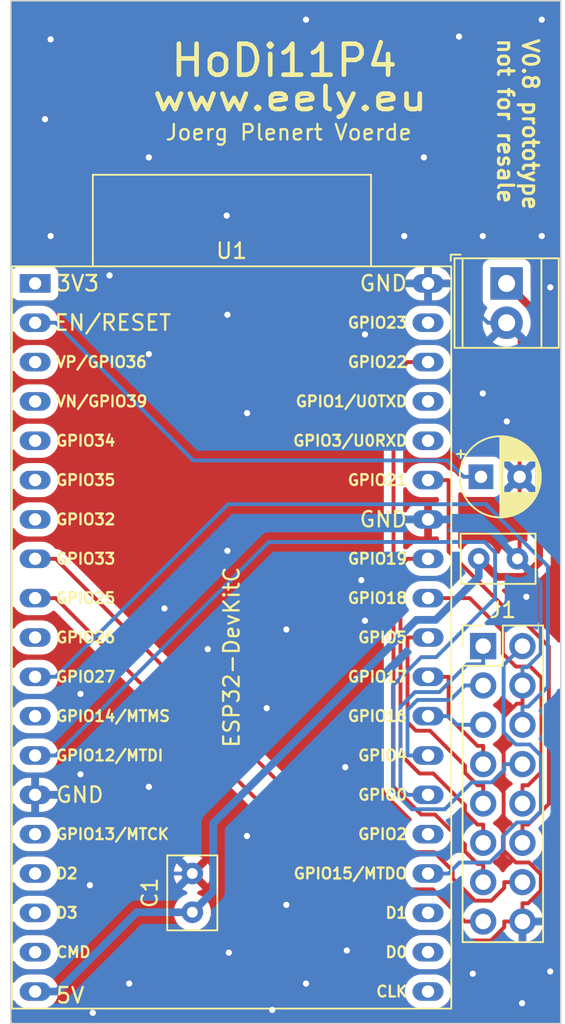
<source format=kicad_pcb>
(kicad_pcb (version 20221018) (generator pcbnew)
  (layers (0 "F.Cu" signal) (31 "B.Cu" signal) (34 "B.Paste" user) (35 "F.Paste" user) (36 "B.SilkS" user "B.Silkscreen") (37 "F.SilkS" user "F.Silkscreen") (38 "B.Mask" user) (39 "F.Mask" user) (44 "Edge.Cuts" user))
  (net 0 "")
  (net 1 "GND")
  (net 2 "+5V")
  (net 20 "/D_R0")
  (net 22 "/D_OE")
  (net 23 "/D_STB")
  (net 24 "/D_CLK")
  (net 25 "/D_D")
  (net 26 "/D_C")
  (net 27 "/D_B")
  (net 28 "/D_A")
  (net 29 "/D_E")
  (net 30 "/D_B1")
  (net 31 "/D_G1")
  (net 32 "/D_R1")
  (net 33 "/D_B0")
  (net 34 "/D_G0")
  (net 35 "/LIGHT")
  (net 36 "Net-(U1-CHIP_PU)")
  (footprint "TerminalBlock_TE-Connectivity:TerminalBlock_TE_282834-2_1x02_P2.54mm_Horizontal" (layer "F.Cu") (at 52.3399 43.6961 -90)
    (fp_text reference "J3" hide)
    (fp_text value "Display Pwr" hide)
    (fp_line (start -1.86 2.97) (end -1.86 3.61) (stroke (width 0.12)) (layer "F.SilkS"))
    (fp_line (start -1.86 3.61) (end -1.46 3.61) (stroke (width 0.12)) (layer "F.SilkS"))
    (fp_line (start -1.62 -3.37) (end -1.62 3.37) (stroke (width 0.12)) (layer "F.SilkS"))
    (fp_line (start -1.62 -3.37) (end 4.16 -3.37) (stroke (width 0.12)) (layer "F.SilkS"))
    (fp_line (start -1.62 -2.25) (end 4.16 -2.25) (stroke (width 0.12)) (layer "F.SilkS"))
    (fp_line (start -1.62 2.85) (end 4.16 2.85) (stroke (width 0.12)) (layer "F.SilkS"))
    (fp_line (start -1.62 3.37) (end 4.16 3.37) (stroke (width 0.12)) (layer "F.SilkS"))
    (fp_line (start 4.16 -3.37) (end 4.16 3.37) (stroke (width 0.12)) (layer "F.SilkS"))
    (pad "1" thru_hole rect (at 0 0 270) (size 2.1 2.1) (drill 1.1) (layers "*.Cu" "*.Mask") (net 2 "+5V"))
    (pad "2" thru_hole circle (at 2.54 0 270) (size 2.1 2.1) (drill 1.1) (layers "*.Cu" "*.Mask") (net 1 "GND"))
  )
  (footprint "PCM_Espressif:ESP32-DevKitC" (layer "F.Cu") (at 21.8599 43.6961)
    (fp_text reference "U1" (at 12.7 -2.1) (layer "F.SilkS"))
    (fp_text value "ESP32-DevKitC" (at 12.7 24.13 90) (layer "F.SilkS"))
    (fp_text user "D3" (at 1.27 40.64 unlocked) (layer "F.SilkS") (effects (font (size 0.7 0.7)) (justify left)))
    (fp_text user "GPIO23" (at 24.13 2.54 unlocked) (layer "F.SilkS") (effects (font (size 0.7 0.7)) (justify right)))
    (fp_text user "GPIO21" (at 24.13 12.7 unlocked) (layer "F.SilkS") (effects (font (size 0.7 0.7)) (justify right)))
    (fp_text user "GPIO3/U0RXD" (at 24.13 10.16 unlocked) (layer "F.SilkS") (effects (font (size 0.7 0.7)) (justify right)))
    (fp_text user "GPIO5" (at 24.13 22.86 unlocked) (layer "F.SilkS") (effects (font (size 0.7 0.7)) (justify right)))
    (fp_text user "GND" (at 24.13 15.24 unlocked) (layer "F.SilkS") (effects (justify right)))
    (fp_text user "VN/GPIO39" (at 1.27 7.62 unlocked) (layer "F.SilkS") (effects (font (size 0.7 0.7)) (justify left)))
    (fp_text user "GPIO16" (at 24.13 27.94 unlocked) (layer "F.SilkS") (effects (font (size 0.7 0.7)) (justify right)))
    (fp_text user "GPIO19" (at 24.13 17.78 unlocked) (layer "F.SilkS") (effects (font (size 0.7 0.7)) (justify right)))
    (fp_text user "GPIO33" (at 1.27 17.78 unlocked) (layer "F.SilkS") (effects (font (size 0.7 0.7)) (justify left)))
    (fp_text user "GPIO34" (at 1.27 10.16 unlocked) (layer "F.SilkS") (effects (font (size 0.7 0.7)) (justify left)))
    (fp_text user "GND" (at 1.27 33.02 unlocked) (layer "F.SilkS") (effects (justify left)))
    (fp_text user "GND" (at 24.13 0 unlocked) (layer "F.SilkS") (effects (justify right)))
    (fp_text user "GPIO0" (at 24.13 33.02 unlocked) (layer "F.SilkS") (effects (font (size 0.7 0.7)) (justify right)))
    (fp_text user "GPIO25" (at 1.27 20.32 unlocked) (layer "F.SilkS") (effects (font (size 0.7 0.7)) (justify left)))
    (fp_text user "GPIO17" (at 24.13 25.4 unlocked) (layer "F.SilkS") (effects (font (size 0.7 0.7)) (justify right)))
    (fp_text user "GPIO14/MTMS" (at 1.27 27.94 unlocked) (layer "F.SilkS") (effects (font (size 0.7 0.7)) (justify left)))
    (fp_text user "GPIO13/MTCK" (at 1.27 35.56 unlocked) (layer "F.SilkS") (effects (font (size 0.7 0.7)) (justify left)))
    (fp_text user "CLK" (at 24.13 45.72 unlocked) (layer "F.SilkS") (effects (font (size 0.7 0.7)) (justify right)))
    (fp_text user "GPIO32" (at 1.27 15.24 unlocked) (layer "F.SilkS") (effects (font (size 0.7 0.7)) (justify left)))
    (fp_text user "GPIO22" (at 24.13 5.08 unlocked) (layer "F.SilkS") (effects (font (size 0.7 0.7)) (justify right)))
    (fp_text user "GPIO12/MTDI" (at 1.27 30.48 unlocked) (layer "F.SilkS") (effects (font (size 0.7 0.7)) (justify left)))
    (fp_text user "GPIO2" (at 24.13 35.56 unlocked) (layer "F.SilkS") (effects (font (size 0.7 0.7)) (justify right)))
    (fp_text user "5V" (at 1.26632 45.97128 unlocked) (layer "F.SilkS") (effects (justify left)))
    (fp_text user "EN/RESET" (at 8.88632 2.53728 unlocked) (layer "F.SilkS") (effects (justify right)))
    (fp_text user "VP/GPIO36" (at 1.27 5.08 unlocked) (layer "F.SilkS") (effects (font (size 0.7 0.7)) (justify left)))
    (fp_text user "GPIO1/U0TXD" (at 24.13 7.62 unlocked) (layer "F.SilkS") (effects (font (size 0.7 0.7)) (justify right)))
    (fp_text user "D2" (at 1.27 38.1 unlocked) (layer "F.SilkS") (effects (font (size 0.7 0.7)) (justify left)))
    (fp_text user "GPIO4" (at 24.13 30.48 unlocked) (layer "F.SilkS") (effects (font (size 0.7 0.7)) (justify right)))
    (fp_text user "GPIO27" (at 1.27 25.4 unlocked) (layer "F.SilkS") (effects (font (size 0.7 0.7)) (justify left)))
    (fp_text user "GPIO26" (at 1.27 22.86 unlocked) (layer "F.SilkS") (effects (font (size 0.7 0.7)) (justify left)))
    (fp_text user "GPIO35" (at 1.27 12.7 unlocked) (layer "F.SilkS") (effects (font (size 0.7 0.7)) (justify left)))
    (fp_text user "GPIO15/MTDO" (at 24.13 38.1 unlocked) (layer "F.SilkS") (effects (font (size 0.7 0.7)) (justify right)))
    (fp_text user "D1" (at 24.13 40.64 unlocked) (layer "F.SilkS") (effects (font (size 0.7 0.7)) (justify right)))
    (fp_text user "3V3" (at 1.27 0 unlocked) (layer "F.SilkS") (effects (justify left)))
    (fp_text user "D0" (at 24.13 43.18 unlocked) (layer "F.SilkS") (effects (font (size 0.7 0.7)) (justify right)))
    (fp_text user "GPIO18" (at 24.13 20.32 unlocked) (layer "F.SilkS") (effects (font (size 0.7 0.7)) (justify right)))
    (fp_text user "CMD" (at 1.27 43.18 unlocked) (layer "F.SilkS") (effects (font (size 0.7 0.7)) (justify left)))
    (fp_line (start -1.5 46.82) (end 26.899999 46.82) (stroke (width 0.12)) (layer "F.SilkS"))
    (fp_line (start -1.499999 -1.1) (end -1.5 46.82) (stroke (width 0.12)) (layer "F.SilkS"))
    (fp_line (start 3.73012 -7.01312) (end 21.71332 -7.01312) (stroke (width 0.12)) (layer "F.SilkS"))
    (fp_line (start 3.73012 -1.12032) (end 3.73012 -7.01312) (stroke (width 0.12)) (layer "F.SilkS"))
    (fp_line (start 21.71332 -7.01312) (end 21.71332 -1.12032) (stroke (width 0.12)) (layer "F.SilkS"))
    (fp_line (start 26.899999 46.82) (end 26.9 -1.1) (stroke (width 0.12)) (layer "F.SilkS"))
    (fp_line (start 26.9 -1.1) (end -1.499999 -1.1) (stroke (width 0.12)) (layer "F.SilkS"))
    (pad "1" thru_hole rect (at 0 0 270) (size 1.2 2) (drill 0.8) (layers "*.Cu" "*.Mask"))
    (pad "2" thru_hole oval (at 0 2.54 270) (size 1.2 2) (drill 0.8) (layers "*.Cu" "*.Mask") (net 36 "Net-(U1-CHIP_PU)"))
    (pad "3" thru_hole oval (at 0 5.08 270) (size 1.2 2) (drill 0.8) (layers "*.Cu" "*.Mask"))
    (pad "4" thru_hole oval (at 0 7.62 270) (size 1.2 2) (drill 0.8) (layers "*.Cu" "*.Mask"))
    (pad "5" thru_hole oval (at 0 10.16 270) (size 1.2 2) (drill 0.8) (layers "*.Cu" "*.Mask"))
    (pad "6" thru_hole oval (at 0 12.7 270) (size 1.2 2) (drill 0.8) (layers "*.Cu" "*.Mask"))
    (pad "7" thru_hole oval (at 0 15.24 270) (size 1.2 2) (drill 0.8) (layers "*.Cu" "*.Mask"))
    (pad "8" thru_hole oval (at 0 17.78 270) (size 1.2 2) (drill 0.8) (layers "*.Cu" "*.Mask") (net 23 "/D_STB"))
    (pad "9" thru_hole oval (at 0 20.32 270) (size 1.2 2) (drill 0.8) (layers "*.Cu" "*.Mask") (net 22 "/D_OE"))
    (pad "10" thru_hole oval (at 0 22.86 270) (size 1.2 2) (drill 0.8) (layers "*.Cu" "*.Mask"))
    (pad "11" thru_hole oval (at 0 25.4 270) (size 1.2 2) (drill 0.8) (layers "*.Cu" "*.Mask") (net 31 "/D_G1"))
    (pad "12" thru_hole oval (at 0 27.94 270) (size 1.2 2) (drill 0.8) (layers "*.Cu" "*.Mask"))
    (pad "13" thru_hole oval (at 0 30.48 270) (size 1.2 2) (drill 0.8) (layers "*.Cu" "*.Mask") (net 29 "/D_E"))
    (pad "14" thru_hole oval (at 0 33.02 270) (size 1.2 2) (drill 0.8) (layers "*.Cu" "*.Mask") (net 1 "GND"))
    (pad "15" thru_hole oval (at 0 35.56 270) (size 1.2 2) (drill 0.8) (layers "*.Cu" "*.Mask") (net 35 "/LIGHT"))
    (pad "16" thru_hole oval (at 0 38.1 270) (size 1.2 2) (drill 0.8) (layers "*.Cu" "*.Mask"))
    (pad "17" thru_hole oval (at 0 40.64 270) (size 1.2 2) (drill 0.8) (layers "*.Cu" "*.Mask"))
    (pad "18" thru_hole oval (at 0 43.18 270) (size 1.2 2) (drill 0.8) (layers "*.Cu" "*.Mask"))
    (pad "19" thru_hole oval (at 0 45.72 270) (size 1.2 2) (drill 0.8) (layers "*.Cu" "*.Mask") (net 2 "+5V"))
    (pad "20" thru_hole oval (at 25.39632 45.71728 270) (size 1.2 2) (drill 0.8) (layers "*.Cu" "*.Mask"))
    (pad "21" thru_hole oval (at 25.39632 43.17728 270) (size 1.2 2) (drill 0.8) (layers "*.Cu" "*.Mask"))
    (pad "22" thru_hole oval (at 25.4 40.64 270) (size 1.2 2) (drill 0.8) (layers "*.Cu" "*.Mask"))
    (pad "23" thru_hole oval (at 25.4 38.1 270) (size 1.2 2) (drill 0.8) (layers "*.Cu" "*.Mask") (net 34 "/D_G0"))
    (pad "24" thru_hole oval (at 25.4 35.56 270) (size 1.2 2) (drill 0.8) (layers "*.Cu" "*.Mask"))
    (pad "25" thru_hole oval (at 25.4 33.02 270) (size 1.2 2) (drill 0.8) (layers "*.Cu" "*.Mask") (net 20 "/D_R0"))
    (pad "26" thru_hole oval (at 25.4 30.48 270) (size 1.2 2) (drill 0.8) (layers "*.Cu" "*.Mask") (net 33 "/D_B0"))
    (pad "27" thru_hole oval (at 25.4 27.94 270) (size 1.2 2) (drill 0.8) (layers "*.Cu" "*.Mask") (net 32 "/D_R1"))
    (pad "28" thru_hole oval (at 25.4 25.4 270) (size 1.2 2) (drill 0.8) (layers "*.Cu" "*.Mask") (net 30 "/D_B1"))
    (pad "29" thru_hole oval (at 25.4 22.86 270) (size 1.2 2) (drill 0.8) (layers "*.Cu" "*.Mask") (net 28 "/D_A"))
    (pad "30" thru_hole oval (at 25.4 20.32 270) (size 1.2 2) (drill 0.8) (layers "*.Cu" "*.Mask") (net 27 "/D_B"))
    (pad "31" thru_hole oval (at 25.4 17.78 270) (size 1.2 2) (drill 0.8) (layers "*.Cu" "*.Mask") (net 26 "/D_C"))
    (pad "32" thru_hole oval (at 25.4 15.24 270) (size 1.2 2) (drill 0.8) (layers "*.Cu" "*.Mask") (net 1 "GND"))
    (pad "33" thru_hole oval (at 25.4 12.7 270) (size 1.2 2) (drill 0.8) (layers "*.Cu" "*.Mask") (net 25 "/D_D"))
    (pad "34" thru_hole oval (at 25.4 10.16 270) (size 1.2 2) (drill 0.8) (layers "*.Cu" "*.Mask"))
    (pad "35" thru_hole oval (at 25.4 7.62 270) (size 1.2 2) (drill 0.8) (layers "*.Cu" "*.Mask"))
    (pad "36" thru_hole oval (at 25.4 5.08 270) (size 1.2 2) (drill 0.8) (layers "*.Cu" "*.Mask") (net 24 "/D_CLK"))
    (pad "37" thru_hole oval (at 25.4 2.54 270) (size 1.2 2) (drill 0.8) (layers "*.Cu" "*.Mask"))
    (pad "38" thru_hole oval (at 25.4 0 270) (size 1.2 2) (drill 0.8) (layers "*.Cu" "*.Mask") (net 1 "GND"))
  )
  (footprint "Capacitor_THT:C_Rect_L4.6mm_W3.0mm_P2.50mm_MKS02_FKP02" (layer "F.Cu") (at 32.0199 84.2961 90)
    (fp_text reference "C1" (at 1.25 -2.75 90) (layer "F.SilkS"))
    (fp_text value "~")
    (fp_line (start -1.17 -1.62) (end -1.17 1.62) (stroke (width 0.12)) (layer "F.SilkS"))
    (fp_line (start -1.17 -1.62) (end 3.67 -1.62) (stroke (width 0.12)) (layer "F.SilkS"))
    (fp_line (start -1.17 1.62) (end 3.67 1.62) (stroke (width 0.12)) (layer "F.SilkS"))
    (fp_line (start 3.67 -1.62) (end 3.67 1.62) (stroke (width 0.12)) (layer "F.SilkS"))
    (pad "1" thru_hole circle (at 0 0 90) (size 1.4 1.4) (drill 0.7) (layers "*.Cu" "*.Mask") (net 2 "+5V"))
    (pad "2" thru_hole circle (at 2.5 0 90) (size 1.4 1.4) (drill 0.7) (layers "*.Cu" "*.Mask") (net 1 "GND"))
  )
  (footprint "Capacitor_THT:CP_Radial_D5.0mm_P2.50mm" (layer "F.Cu") (at 50.6807 56.1827)
    (fp_text reference "C3" hide)
    (fp_text value "~")
    (fp_line (start -1.554775 -1.475) (end -1.054775 -1.475) (stroke (width 0.12)) (layer "F.SilkS"))
    (fp_line (start -1.304775 -1.725) (end -1.304775 -1.225) (stroke (width 0.12)) (layer "F.SilkS"))
    (fp_line (start 1.25 -2.58) (end 1.25 2.58) (stroke (width 0.12)) (layer "F.SilkS"))
    (fp_line (start 1.29 -2.58) (end 1.29 2.58) (stroke (width 0.12)) (layer "F.SilkS"))
    (fp_line (start 1.33 -2.579) (end 1.33 2.579) (stroke (width 0.12)) (layer "F.SilkS"))
    (fp_line (start 1.37 -2.578) (end 1.37 2.578) (stroke (width 0.12)) (layer "F.SilkS"))
    (fp_line (start 1.41 -2.576) (end 1.41 2.576) (stroke (width 0.12)) (layer "F.SilkS"))
    (fp_line (start 1.45 -2.573) (end 1.45 2.573) (stroke (width 0.12)) (layer "F.SilkS"))
    (fp_line (start 1.49 -2.569) (end 1.49 -1.04) (stroke (width 0.12)) (layer "F.SilkS"))
    (fp_line (start 1.49 1.04) (end 1.49 2.569) (stroke (width 0.12)) (layer "F.SilkS"))
    (fp_line (start 1.53 -2.565) (end 1.53 -1.04) (stroke (width 0.12)) (layer "F.SilkS"))
    (fp_line (start 1.53 1.04) (end 1.53 2.565) (stroke (width 0.12)) (layer "F.SilkS"))
    (fp_line (start 1.57 -2.561) (end 1.57 -1.04) (stroke (width 0.12)) (layer "F.SilkS"))
    (fp_line (start 1.57 1.04) (end 1.57 2.561) (stroke (width 0.12)) (layer "F.SilkS"))
    (fp_line (start 1.61 -2.556) (end 1.61 -1.04) (stroke (width 0.12)) (layer "F.SilkS"))
    (fp_line (start 1.61 1.04) (end 1.61 2.556) (stroke (width 0.12)) (layer "F.SilkS"))
    (fp_line (start 1.65 -2.55) (end 1.65 -1.04) (stroke (width 0.12)) (layer "F.SilkS"))
    (fp_line (start 1.65 1.04) (end 1.65 2.55) (stroke (width 0.12)) (layer "F.SilkS"))
    (fp_line (start 1.69 -2.543) (end 1.69 -1.04) (stroke (width 0.12)) (layer "F.SilkS"))
    (fp_line (start 1.69 1.04) (end 1.69 2.543) (stroke (width 0.12)) (layer "F.SilkS"))
    (fp_line (start 1.73 -2.536) (end 1.73 -1.04) (stroke (width 0.12)) (layer "F.SilkS"))
    (fp_line (start 1.73 1.04) (end 1.73 2.536) (stroke (width 0.12)) (layer "F.SilkS"))
    (fp_line (start 1.77 -2.528) (end 1.77 -1.04) (stroke (width 0.12)) (layer "F.SilkS"))
    (fp_line (start 1.77 1.04) (end 1.77 2.528) (stroke (width 0.12)) (layer "F.SilkS"))
    (fp_line (start 1.81 -2.52) (end 1.81 -1.04) (stroke (width 0.12)) (layer "F.SilkS"))
    (fp_line (start 1.81 1.04) (end 1.81 2.52) (stroke (width 0.12)) (layer "F.SilkS"))
    (fp_line (start 1.85 -2.511) (end 1.85 -1.04) (stroke (width 0.12)) (layer "F.SilkS"))
    (fp_line (start 1.85 1.04) (end 1.85 2.511) (stroke (width 0.12)) (layer "F.SilkS"))
    (fp_line (start 1.89 -2.501) (end 1.89 -1.04) (stroke (width 0.12)) (layer "F.SilkS"))
    (fp_line (start 1.89 1.04) (end 1.89 2.501) (stroke (width 0.12)) (layer "F.SilkS"))
    (fp_line (start 1.93 -2.491) (end 1.93 -1.04) (stroke (width 0.12)) (layer "F.SilkS"))
    (fp_line (start 1.93 1.04) (end 1.93 2.491) (stroke (width 0.12)) (layer "F.SilkS"))
    (fp_line (start 1.971 -2.48) (end 1.971 -1.04) (stroke (width 0.12)) (layer "F.SilkS"))
    (fp_line (start 1.971 1.04) (end 1.971 2.48) (stroke (width 0.12)) (layer "F.SilkS"))
    (fp_line (start 2.011 -2.468) (end 2.011 -1.04) (stroke (width 0.12)) (layer "F.SilkS"))
    (fp_line (start 2.011 1.04) (end 2.011 2.468) (stroke (width 0.12)) (layer "F.SilkS"))
    (fp_line (start 2.051 -2.455) (end 2.051 -1.04) (stroke (width 0.12)) (layer "F.SilkS"))
    (fp_line (start 2.051 1.04) (end 2.051 2.455) (stroke (width 0.12)) (layer "F.SilkS"))
    (fp_line (start 2.091 -2.442) (end 2.091 -1.04) (stroke (width 0.12)) (layer "F.SilkS"))
    (fp_line (start 2.091 1.04) (end 2.091 2.442) (stroke (width 0.12)) (layer "F.SilkS"))
    (fp_line (start 2.131 -2.428) (end 2.131 -1.04) (stroke (width 0.12)) (layer "F.SilkS"))
    (fp_line (start 2.131 1.04) (end 2.131 2.428) (stroke (width 0.12)) (layer "F.SilkS"))
    (fp_line (start 2.171 -2.414) (end 2.171 -1.04) (stroke (width 0.12)) (layer "F.SilkS"))
    (fp_line (start 2.171 1.04) (end 2.171 2.414) (stroke (width 0.12)) (layer "F.SilkS"))
    (fp_line (start 2.211 -2.398) (end 2.211 -1.04) (stroke (width 0.12)) (layer "F.SilkS"))
    (fp_line (start 2.211 1.04) (end 2.211 2.398) (stroke (width 0.12)) (layer "F.SilkS"))
    (fp_line (start 2.251 -2.382) (end 2.251 -1.04) (stroke (width 0.12)) (layer "F.SilkS"))
    (fp_line (start 2.251 1.04) (end 2.251 2.382) (stroke (width 0.12)) (layer "F.SilkS"))
    (fp_line (start 2.291 -2.365) (end 2.291 -1.04) (stroke (width 0.12)) (layer "F.SilkS"))
    (fp_line (start 2.291 1.04) (end 2.291 2.365) (stroke (width 0.12)) (layer "F.SilkS"))
    (fp_line (start 2.331 -2.348) (end 2.331 -1.04) (stroke (width 0.12)) (layer "F.SilkS"))
    (fp_line (start 2.331 1.04) (end 2.331 2.348) (stroke (width 0.12)) (layer "F.SilkS"))
    (fp_line (start 2.371 -2.329) (end 2.371 -1.04) (stroke (width 0.12)) (layer "F.SilkS"))
    (fp_line (start 2.371 1.04) (end 2.371 2.329) (stroke (width 0.12)) (layer "F.SilkS"))
    (fp_line (start 2.411 -2.31) (end 2.411 -1.04) (stroke (width 0.12)) (layer "F.SilkS"))
    (fp_line (start 2.411 1.04) (end 2.411 2.31) (stroke (width 0.12)) (layer "F.SilkS"))
    (fp_line (start 2.451 -2.29) (end 2.451 -1.04) (stroke (width 0.12)) (layer "F.SilkS"))
    (fp_line (start 2.451 1.04) (end 2.451 2.29) (stroke (width 0.12)) (layer "F.SilkS"))
    (fp_line (start 2.491 -2.268) (end 2.491 -1.04) (stroke (width 0.12)) (layer "F.SilkS"))
    (fp_line (start 2.491 1.04) (end 2.491 2.268) (stroke (width 0.12)) (layer "F.SilkS"))
    (fp_line (start 2.531 -2.247) (end 2.531 -1.04) (stroke (width 0.12)) (layer "F.SilkS"))
    (fp_line (start 2.531 1.04) (end 2.531 2.247) (stroke (width 0.12)) (layer "F.SilkS"))
    (fp_line (start 2.571 -2.224) (end 2.571 -1.04) (stroke (width 0.12)) (layer "F.SilkS"))
    (fp_line (start 2.571 1.04) (end 2.571 2.224) (stroke (width 0.12)) (layer "F.SilkS"))
    (fp_line (start 2.611 -2.2) (end 2.611 -1.04) (stroke (width 0.12)) (layer "F.SilkS"))
    (fp_line (start 2.611 1.04) (end 2.611 2.2) (stroke (width 0.12)) (layer "F.SilkS"))
    (fp_line (start 2.651 -2.175) (end 2.651 -1.04) (stroke (width 0.12)) (layer "F.SilkS"))
    (fp_line (start 2.651 1.04) (end 2.651 2.175) (stroke (width 0.12)) (layer "F.SilkS"))
    (fp_line (start 2.691 -2.149) (end 2.691 -1.04) (stroke (width 0.12)) (layer "F.SilkS"))
    (fp_line (start 2.691 1.04) (end 2.691 2.149) (stroke (width 0.12)) (layer "F.SilkS"))
    (fp_line (start 2.731 -2.122) (end 2.731 -1.04) (stroke (width 0.12)) (layer "F.SilkS"))
    (fp_line (start 2.731 1.04) (end 2.731 2.122) (stroke (width 0.12)) (layer "F.SilkS"))
    (fp_line (start 2.771 -2.095) (end 2.771 -1.04) (stroke (width 0.12)) (layer "F.SilkS"))
    (fp_line (start 2.771 1.04) (end 2.771 2.095) (stroke (width 0.12)) (layer "F.SilkS"))
    (fp_line (start 2.811 -2.065) (end 2.811 -1.04) (stroke (width 0.12)) (layer "F.SilkS"))
    (fp_line (start 2.811 1.04) (end 2.811 2.065) (stroke (width 0.12)) (layer "F.SilkS"))
    (fp_line (start 2.851 -2.035) (end 2.851 -1.04) (stroke (width 0.12)) (layer "F.SilkS"))
    (fp_line (start 2.851 1.04) (end 2.851 2.035) (stroke (width 0.12)) (layer "F.SilkS"))
    (fp_line (start 2.891 -2.004) (end 2.891 -1.04) (stroke (width 0.12)) (layer "F.SilkS"))
    (fp_line (start 2.891 1.04) (end 2.891 2.004) (stroke (width 0.12)) (layer "F.SilkS"))
    (fp_line (start 2.931 -1.971) (end 2.931 -1.04) (stroke (width 0.12)) (layer "F.SilkS"))
    (fp_line (start 2.931 1.04) (end 2.931 1.971) (stroke (width 0.12)) (layer "F.SilkS"))
    (fp_line (start 2.971 -1.937) (end 2.971 -1.04) (stroke (width 0.12)) (layer "F.SilkS"))
    (fp_line (start 2.971 1.04) (end 2.971 1.937) (stroke (width 0.12)) (layer "F.SilkS"))
    (fp_line (start 3.011 -1.901) (end 3.011 -1.04) (stroke (width 0.12)) (layer "F.SilkS"))
    (fp_line (start 3.011 1.04) (end 3.011 1.901) (stroke (width 0.12)) (layer "F.SilkS"))
    (fp_line (start 3.051 -1.864) (end 3.051 -1.04) (stroke (width 0.12)) (layer "F.SilkS"))
    (fp_line (start 3.051 1.04) (end 3.051 1.864) (stroke (width 0.12)) (layer "F.SilkS"))
    (fp_line (start 3.091 -1.826) (end 3.091 -1.04) (stroke (width 0.12)) (layer "F.SilkS"))
    (fp_line (start 3.091 1.04) (end 3.091 1.826) (stroke (width 0.12)) (layer "F.SilkS"))
    (fp_line (start 3.131 -1.785) (end 3.131 -1.04) (stroke (width 0.12)) (layer "F.SilkS"))
    (fp_line (start 3.131 1.04) (end 3.131 1.785) (stroke (width 0.12)) (layer "F.SilkS"))
    (fp_line (start 3.171 -1.743) (end 3.171 -1.04) (stroke (width 0.12)) (layer "F.SilkS"))
    (fp_line (start 3.171 1.04) (end 3.171 1.743) (stroke (width 0.12)) (layer "F.SilkS"))
    (fp_line (start 3.211 -1.699) (end 3.211 -1.04) (stroke (width 0.12)) (layer "F.SilkS"))
    (fp_line (start 3.211 1.04) (end 3.211 1.699) (stroke (width 0.12)) (layer "F.SilkS"))
    (fp_line (start 3.251 -1.653) (end 3.251 -1.04) (stroke (width 0.12)) (layer "F.SilkS"))
    (fp_line (start 3.251 1.04) (end 3.251 1.653) (stroke (width 0.12)) (layer "F.SilkS"))
    (fp_line (start 3.291 -1.605) (end 3.291 -1.04) (stroke (width 0.12)) (layer "F.SilkS"))
    (fp_line (start 3.291 1.04) (end 3.291 1.605) (stroke (width 0.12)) (layer "F.SilkS"))
    (fp_line (start 3.331 -1.554) (end 3.331 -1.04) (stroke (width 0.12)) (layer "F.SilkS"))
    (fp_line (start 3.331 1.04) (end 3.331 1.554) (stroke (width 0.12)) (layer "F.SilkS"))
    (fp_line (start 3.371 -1.5) (end 3.371 -1.04) (stroke (width 0.12)) (layer "F.SilkS"))
    (fp_line (start 3.371 1.04) (end 3.371 1.5) (stroke (width 0.12)) (layer "F.SilkS"))
    (fp_line (start 3.411 -1.443) (end 3.411 -1.04) (stroke (width 0.12)) (layer "F.SilkS"))
    (fp_line (start 3.411 1.04) (end 3.411 1.443) (stroke (width 0.12)) (layer "F.SilkS"))
    (fp_line (start 3.451 -1.383) (end 3.451 -1.04) (stroke (width 0.12)) (layer "F.SilkS"))
    (fp_line (start 3.451 1.04) (end 3.451 1.383) (stroke (width 0.12)) (layer "F.SilkS"))
    (fp_line (start 3.491 -1.319) (end 3.491 -1.04) (stroke (width 0.12)) (layer "F.SilkS"))
    (fp_line (start 3.491 1.04) (end 3.491 1.319) (stroke (width 0.12)) (layer "F.SilkS"))
    (fp_line (start 3.531 -1.251) (end 3.531 -1.04) (stroke (width 0.12)) (layer "F.SilkS"))
    (fp_line (start 3.531 1.04) (end 3.531 1.251) (stroke (width 0.12)) (layer "F.SilkS"))
    (fp_line (start 3.571 -1.178) (end 3.571 1.178) (stroke (width 0.12)) (layer "F.SilkS"))
    (fp_line (start 3.611 -1.098) (end 3.611 1.098) (stroke (width 0.12)) (layer "F.SilkS"))
    (fp_line (start 3.651 -1.011) (end 3.651 1.011) (stroke (width 0.12)) (layer "F.SilkS"))
    (fp_line (start 3.691 -0.915) (end 3.691 0.915) (stroke (width 0.12)) (layer "F.SilkS"))
    (fp_line (start 3.731 -0.805) (end 3.731 0.805) (stroke (width 0.12)) (layer "F.SilkS"))
    (fp_line (start 3.771 -0.677) (end 3.771 0.677) (stroke (width 0.12)) (layer "F.SilkS"))
    (fp_line (start 3.811 -0.518) (end 3.811 0.518) (stroke (width 0.12)) (layer "F.SilkS"))
    (fp_line (start 3.851 -0.284) (end 3.851 0.284) (stroke (width 0.12)) (layer "F.SilkS"))
    (fp_circle (center 1.25 0) (end 3.87 0) (stroke (width 0.12)) (fill none) (layer "F.SilkS"))
    (pad "1" thru_hole rect (at 0 0) (size 1.6 1.6) (drill 0.8) (layers "*.Cu" "*.Mask") (net 36 "Net-(U1-CHIP_PU)"))
    (pad "2" thru_hole circle (at 2.5 0) (size 1.6 1.6) (drill 0.8) (layers "*.Cu" "*.Mask") (net 1 "GND"))
  )
  (footprint "Capacitor_THT:C_Rect_L4.6mm_W3.0mm_P2.50mm_MKS02_FKP02" (layer "F.Cu") (at 50.5398 61.4761)
    (fp_text reference "C2" hide)
    (fp_text value "~")
    (fp_line (start -1.17 -1.62) (end -1.17 1.62) (stroke (width 0.12)) (layer "F.SilkS"))
    (fp_line (start -1.17 -1.62) (end 3.67 -1.62) (stroke (width 0.12)) (layer "F.SilkS"))
    (fp_line (start -1.17 1.62) (end 3.67 1.62) (stroke (width 0.12)) (layer "F.SilkS"))
    (fp_line (start 3.67 -1.62) (end 3.67 1.62) (stroke (width 0.12)) (layer "F.SilkS"))
    (pad "1" thru_hole circle (at 0 0) (size 1.4 1.4) (drill 0.7) (layers "*.Cu" "*.Mask") (net 2 "+5V"))
    (pad "2" thru_hole circle (at 2.5 0) (size 1.4 1.4) (drill 0.7) (layers "*.Cu" "*.Mask") (net 1 "GND"))
  )
  (footprint "Connector_PinHeader_2.54mm:PinHeader_2x08_P2.54mm_Vertical" (layer "F.Cu") (at 50.8238 67.1136)
    (fp_text reference "J1" (at 1.27 -2.33) (layer "F.SilkS"))
    (fp_text value "Display")
    (fp_line (start -1.33 -1.33) (end 0 -1.33) (stroke (width 0.12)) (layer "F.SilkS"))
    (fp_line (start -1.33 0) (end -1.33 -1.33) (stroke (width 0.12)) (layer "F.SilkS"))
    (fp_line (start -1.33 1.27) (end -1.33 19.11) (stroke (width 0.12)) (layer "F.SilkS"))
    (fp_line (start -1.33 1.27) (end 1.27 1.27) (stroke (width 0.12)) (layer "F.SilkS"))
    (fp_line (start -1.33 19.11) (end 3.87 19.11) (stroke (width 0.12)) (layer "F.SilkS"))
    (fp_line (start 1.27 -1.33) (end 3.87 -1.33) (stroke (width 0.12)) (layer "F.SilkS"))
    (fp_line (start 1.27 1.27) (end 1.27 -1.33) (stroke (width 0.12)) (layer "F.SilkS"))
    (fp_line (start 3.87 -1.33) (end 3.87 19.11) (stroke (width 0.12)) (layer "F.SilkS"))
    (pad "1" thru_hole rect (at 0 0) (size 1.7 1.7) (drill 1) (layers "*.Cu" "*.Mask") (net 20 "/D_R0"))
    (pad "2" thru_hole oval (at 2.54 0) (size 1.7 1.7) (drill 1) (layers "*.Cu" "*.Mask") (net 34 "/D_G0"))
    (pad "3" thru_hole oval (at 0 2.54) (size 1.7 1.7) (drill 1) (layers "*.Cu" "*.Mask") (net 33 "/D_B0"))
    (pad "4" thru_hole oval (at 2.54 2.54) (size 1.7 1.7) (drill 1) (layers "*.Cu" "*.Mask") (net 1 "GND"))
    (pad "5" thru_hole oval (at 0 5.08) (size 1.7 1.7) (drill 1) (layers "*.Cu" "*.Mask") (net 32 "/D_R1"))
    (pad "6" thru_hole oval (at 2.54 5.08) (size 1.7 1.7) (drill 1) (layers "*.Cu" "*.Mask") (net 31 "/D_G1"))
    (pad "7" thru_hole oval (at 0 7.62) (size 1.7 1.7) (drill 1) (layers "*.Cu" "*.Mask") (net 30 "/D_B1"))
    (pad "8" thru_hole oval (at 2.54 7.62) (size 1.7 1.7) (drill 1) (layers "*.Cu" "*.Mask") (net 29 "/D_E"))
    (pad "9" thru_hole oval (at 0 10.16) (size 1.7 1.7) (drill 1) (layers "*.Cu" "*.Mask") (net 28 "/D_A"))
    (pad "10" thru_hole oval (at 2.54 10.16) (size 1.7 1.7) (drill 1) (layers "*.Cu" "*.Mask") (net 27 "/D_B"))
    (pad "11" thru_hole oval (at 0 12.7) (size 1.7 1.7) (drill 1) (layers "*.Cu" "*.Mask") (net 26 "/D_C"))
    (pad "12" thru_hole oval (at 2.54 12.7) (size 1.7 1.7) (drill 1) (layers "*.Cu" "*.Mask") (net 25 "/D_D"))
    (pad "13" thru_hole oval (at 0 15.24) (size 1.7 1.7) (drill 1) (layers "*.Cu" "*.Mask") (net 24 "/D_CLK"))
    (pad "14" thru_hole oval (at 2.54 15.24) (size 1.7 1.7) (drill 1) (layers "*.Cu" "*.Mask") (net 23 "/D_STB"))
    (pad "15" thru_hole oval (at 0 17.78) (size 1.7 1.7) (drill 1) (layers "*.Cu" "*.Mask") (net 22 "/D_OE"))
    (pad "16" thru_hole oval (at 2.54 17.78) (size 1.7 1.7) (drill 1) (layers "*.Cu" "*.Mask") (net 1 "GND"))
  )
  (gr_rect (start 20.285472 25.448701) (end 55.845472 91.488701) (stroke (width 0.1)) (fill none) (layer "Edge.Cuts"))
  (gr_text "V0.8 prototype\nnot for resale" (at 51.678969 27.795938 270) (layer "F.SilkS") (effects (font (size 1 1) (thickness 0.2) bold) (justify left bottom)))
  (gr_text "Joerg Plenert Voerde" (at 30.201016 34.534119) (layer "F.SilkS") (effects (font (size 1 1)) (justify left bottom)))
  (gr_text "HoDi11P4" (at 30.48 30.48) (layer "F.SilkS") (effects (font (size 2 2) (thickness 0.3)) (justify left bottom)))
  (gr_text "www.eely.eu" (at 29.288554 32.639006) (layer "F.SilkS") (effects (font (size 1.5 2) (thickness 0.3)) (justify left bottom)))
  (segment (start 35.8267 85.6029) (end 48.8716 85.6029) (width 0.25) (layer "F.Cu") (net 1))
  (segment (start 52.1868 85.2614) (end 52.1868 84.8936) (width 0.25) (layer "F.Cu") (net 1))
  (segment (start 53.3638 69.6536) (end 53.3638 70.8305) (width 0.25) (layer "F.Cu") (net 1))
  (segment (start 53.1807 61.3352) (end 53.0398 61.4761) (width 0.25) (layer "F.Cu") (net 1))
  (segment (start 52.9329 81.0836) (end 53.7846 81.0836) (width 0.25) (layer "F.Cu") (net 1))
  (segment (start 52.3399 46.2361) (end 53.1807 47.0769) (width 0.25) (layer "F.Cu") (net 1))
  (segment (start 52.996 70.8305) (end 52.1462 71.6803) (width 0.25) (layer "F.Cu") (net 1))
  (segment (start 53.7846 81.0836) (end 54.5514 81.8504) (width 0.25) (layer "F.Cu") (net 1))
  (segment (start 52.1868 84.8936) (end 52.1869 84.8936) (width 0.25) (layer "F.Cu") (net 1))
  (segment (start 52.8888 84.8936) (end 53.3638 84.8936) (width 0.25) (layer "F.Cu") (net 1))
  (segment (start 53.1807 47.0769) (end 53.1807 56.1827) (width 0.25) (layer "F.Cu") (net 1))
  (segment (start 53.3638 70.8305) (end 52.996 70.8305) (width 0.25) (layer "F.Cu") (net 1))
  (segment (start 52.8888 84.8936) (end 52.1869 84.8936) (width 0.25) (layer "F.Cu") (net 1))
  (segment (start 53.3638 84.8936) (end 53.3638 83.7167) (width 0.25) (layer "F.Cu") (net 1))
  (segment (start 48.8716 85.6029) (end 49.3857 86.117) (width 0.25) (layer "F.Cu") (net 1))
  (segment (start 52.1462 71.6803) (end 52.1462 80.2969) (width 0.25) (layer "F.Cu") (net 1))
  (segment (start 51.3312 86.117) (end 52.1868 85.2614) (width 0.25) (layer "F.Cu") (net 1))
  (segment (start 53.7296 83.7167) (end 53.3638 83.7167) (width 0.25) (layer "F.Cu") (net 1))
  (segment (start 54.5514 81.8504) (end 54.5514 82.8949) (width 0.25) (layer "F.Cu") (net 1))
  (segment (start 32.0199 81.7961) (end 35.8267 85.6029) (width 0.25) (layer "F.Cu") (net 1))
  (segment (start 52.1462 80.2969) (end 52.9329 81.0836) (width 0.25) (layer "F.Cu") (net 1))
  (segment (start 53.1807 56.1827) (end 53.1807 61.3352) (width 0.25) (layer "F.Cu") (net 1))
  (segment (start 54.5514 82.8949) (end 53.7296 83.7167) (width 0.25) (layer "F.Cu") (net 1))
  (segment (start 49.3857 86.117) (end 51.3312 86.117) (width 0.25) (layer "F.Cu") (net 1))
  (via (at 38.1 66.04) (size 0.8) (drill 0.4) (layers "F.Cu" "B.Cu") (net 1))
  (via (at 35.552753 79.372015) (size 0.8) (drill 0.4) (layers "F.Cu" "B.Cu") (net 1))
  (via (at 41.91 74.93) (size 0.8) (drill 0.4) (layers "F.Cu" "B.Cu") (net 1))
  (via (at 29.21 35.56) (size 0.8) (drill 0.4) (layers "F.Cu" "B.Cu") (net 1))
  (via (at 50.8 40.64) (size 0.8) (drill 0.4) (layers "F.Cu" "B.Cu") (net 1))
  (via (at 36.83 71.12) (size 0.8) (drill 0.4) (layers "F.Cu" "B.Cu") (net 1))
  (via (at 30.218359 64.679037) (size 0.8) (drill 0.4) (layers "F.Cu" "B.Cu") (net 1))
  (via (at 29.21 48.26) (size 0.8) (drill 0.4) (layers "F.Cu" "B.Cu") (net 1))
  (via (at 45.72 40.64) (size 0.8) (drill 0.4) (layers "F.Cu" "B.Cu") (net 1))
  (via (at 34.29 60.96) (size 0.8) (drill 0.4) (layers "F.Cu" "B.Cu") (net 1))
  (via (at 42.010176 86.765297) (size 0.8) (drill 0.4) (layers "F.Cu" "B.Cu") (net 1))
  (via (at 49.26308 27.759419) (size 0.8) (drill 0.4) (layers "F.Cu" "B.Cu") (net 1))
  (via (at 25.4 82.55) (size 0.8) (drill 0.4) (layers "F.Cu" "B.Cu") (net 1))
  (via (at 55.158988 88.122292) (size 0.8) (drill 0.4) (layers "F.Cu" "B.Cu") (net 1))
  (via (at 34.38293 86.905676) (size 0.8) (drill 0.4) (layers "F.Cu" "B.Cu") (net 1))
  (via (at 43.18 46.99) (size 0.8) (drill 0.4) (layers "F.Cu" "B.Cu") (net 1))
  (via (at 34.29 45.72) (size 0.8) (drill 0.4) (layers "F.Cu" "B.Cu") (net 1))
  (via (at 37.190505 90.602317) (size 0.8) (drill 0.4) (layers "F.Cu" "B.Cu") (net 1))
  (via (at 39.37 26.67) (size 0.8) (drill 0.4) (layers "F.Cu" "B.Cu") (net 1))
  (via (at 22.497527 33.093812) (size 0.8) (drill 0.4) (layers "F.Cu" "B.Cu") (net 1))
  (via (at 46.99 35.56) (size 0.8) (drill 0.4) (layers "F.Cu" "B.Cu") (net 1))
  (via (at 38.1 83.82) (size 0.8) (drill 0.4) (layers "F.Cu" "B.Cu") (net 1))
  (via (at 35.56 52.07) (size 0.8) (drill 0.4) (layers "F.Cu" "B.Cu") (net 1))
  (via (at 55.158988 43.949771) (size 0.8) (drill 0.4) (layers "F.Cu" "B.Cu") (net 1))
  (via (at 54.61 26.67) (size 0.8) (drill 0.4) (layers "F.Cu" "B.Cu") (net 1))
  (via (at 34.242551 39.317271) (size 0.8) (drill 0.4) (layers "F.Cu" "B.Cu") (net 1))
  (via (at 25.58586 90.789489) (size 0.8) (drill 0.4) (layers "F.Cu" "B.Cu") (net 1))
  (via (at 54.61 40.64) (size 0.8) (drill 0.4) (layers "F.Cu" "B.Cu") (net 1))
  (via (at 27.94 88.9) (size 0.8) (drill 0.4) (layers "F.Cu" "B.Cu") (net 1))
  (via (at 43.179999 65.474517) (size 0.8) (drill 0.4) (layers "F.Cu" "B.Cu") (net 1))
  (via (at 52.351413 52.606462) (size 0.8) (drill 0.4) (layers "F.Cu" "B.Cu") (net 1))
  (via (at 50.152145 88.262671) (size 0.8) (drill 0.4) (layers "F.Cu" "B.Cu") (net 1))
  (via (at 42.946035 62.854113) (size 0.8) (drill 0.4) (layers "F.Cu" "B.Cu") (net 1))
  (via (at 24.79038 70.200602) (size 0.8) (drill 0.4) (layers "F.Cu" "B.Cu") (net 1))
  (via (at 22.86 40.64) (size 0.8) (drill 0.4) (layers "F.Cu" "B.Cu") (net 1))
  (via (at 53.34 90.17) (size 0.8) (drill 0.4) (layers "F.Cu" "B.Cu") (net 1))
  (via (at 50.8 50.8) (size 0.8) (drill 0.4) (layers "F.Cu" "B.Cu") (net 1))
  (via (at 24.79038 75.394617) (size 0.8) (drill 0.4) (layers "F.Cu" "B.Cu") (net 1))
  (via (at 26.67 43.18) (size 0.8) (drill 0.4) (layers "F.Cu" "B.Cu") (net 1))
  (via (at 33.02 67.31) (size 0.8) (drill 0.4) (layers "F.Cu" "B.Cu") (net 1))
  (via (at 53.614822 63.93035) (size 0.8) (drill 0.4) (layers "F.Cu" "B.Cu") (net 1))
  (via (at 22.86 27.94) (size 0.8) (drill 0.4) (layers "F.Cu" "B.Cu") (net 1))
  (via (at 29.21 76.2) (size 0.8) (drill 0.4) (layers "F.Cu" "B.Cu") (net 1))
  (via (at 39.37 88.9) (size 0.8) (drill 0.4) (layers "F.Cu" "B.Cu") (net 1))
  (segment (start 53.0398 61.4761) (end 54.5407 62.977) (width 0.25) (layer "B.Cu") (net 1))
  (segment (start 21.8599 76.7161) (end 23.1868 76.7161) (width 0.25) (layer "B.Cu") (net 1))
  (segment (start 53.0398 61.4761) (end 50.4998 58.9361) (width 0.25) (layer "B.Cu") (net 1))
  (segment (start 32.0199 81.7961) (end 28.2668 81.7961) (width 0.25) (layer "B.Cu") (net 1))
  (segment (start 50.4998 58.9361) (end 47.2599 58.9361) (width 0.25) (layer "B.Cu") (net 1))
  (segment (start 51.1268 46.2361) (end 48.5868 43.6961) (width 0.25) (layer "B.Cu") (net 1))
  (segment (start 54.5407 67.6011) (end 53.6651 68.4767) (width 0.25) (layer "B.Cu") (net 1))
  (segment (start 28.2668 81.7961) (end 23.1868 76.7161) (width 0.25) (layer "B.Cu") (net 1))
  (segment (start 53.3638 69.6536) (end 53.3638 68.4767) (width 0.25) (layer "B.Cu") (net 1))
  (segment (start 53.6651 68.4767) (end 53.3638 68.4767) (width 0.25) (layer "B.Cu") (net 1))
  (segment (start 54.5407 62.977) (end 54.5407 67.6011) (width 0.25) (layer "B.Cu") (net 1))
  (segment (start 52.3399 46.2361) (end 51.1268 46.2361) (width 0.25) (layer "B.Cu") (net 1))
  (segment (start 47.2599 43.6961) (end 48.5868 43.6961) (width 0.25) (layer "B.Cu") (net 1))
  (segment (start 50.5398 61.4761) (end 51.7082 62.6445) (width 0.5) (layer "F.Cu") (net 2))
  (segment (start 51.7082 62.6445) (end 53.51 62.6445) (width 0.5) (layer "F.Cu") (net 2))
  (segment (start 53.51 62.6445) (end 54.4384 61.7161) (width 0.5) (layer "F.Cu") (net 2))
  (segment (start 54.4384 61.7161) (end 54.4384 45.7946) (width 0.5) (layer "F.Cu") (net 2))
  (segment (start 54.4384 45.7946) (end 52.3399 43.6961) (width 0.5) (layer "F.Cu") (net 2))
  (segment (start 33.3695 82.9465) (end 32.0199 84.2961) (width 0.5) (layer "B.Cu") (net 2))
  (segment (start 47.7562 65.4179) (end 46.5067 65.4179) (width 0.5) (layer "B.Cu") (net 2))
  (segment (start 32.0199 84.2961) (end 28.4318 84.2961) (width 0.5) (layer "B.Cu") (net 2))
  (segment (start 46.5067 65.4179) (end 33.3695 78.5551) (width 0.5) (layer "B.Cu") (net 2))
  (segment (start 28.4318 84.2961) (end 23.3118 89.4161) (width 0.5) (layer "B.Cu") (net 2))
  (segment (start 50.5398 61.4761) (end 50.5398 62.6343) (width 0.5) (layer "B.Cu") (net 2))
  (segment (start 50.5398 62.6343) (end 47.7562 65.4179) (width 0.5) (layer "B.Cu") (net 2))
  (segment (start 33.3695 78.5551) (end 33.3695 82.9465) (width 0.5) (layer "B.Cu") (net 2))
  (segment (start 21.8599 89.4161) (end 23.3118 89.4161) (width 0.5) (layer "B.Cu") (net 2))
  (segment (start 45.933 76.7161) (end 45.4749 76.258) (width 0.25) (layer "B.Cu") (net 20))
  (segment (start 49.7913 68.2905) (end 50.8238 68.2905) (width 0.25) (layer "B.Cu") (net 20))
  (segment (start 48.001 70.0808) (end 49.7913 68.2905) (width 0.25) (layer "B.Cu") (net 20))
  (segment (start 50.8238 67.1136) (end 50.8238 68.2905) (width 0.25) (layer "B.Cu") (net 20))
  (segment (start 47.2599 76.7161) (end 45.933 76.7161) (width 0.25) (layer "B.Cu") (net 20))
  (segment (start 45.4749 71.0216) (end 46.4157 70.0808) (width 0.25) (layer "B.Cu") (net 20))
  (segment (start 45.4749 76.258) (end 45.4749 71.0216) (width 0.25) (layer "B.Cu") (net 20))
  (segment (start 46.4157 70.0808) (end 48.001 70.0808) (width 0.25) (layer "B.Cu") (net 20))
  (segment (start 21.8599 64.0161) (end 23.1868 64.0161) (width 0.25) (layer "F.Cu") (net 22))
  (segment (start 49.6469 84.8936) (end 47.5721 82.8188) (width 0.25) (layer "F.Cu") (net 22))
  (segment (start 50.8238 84.8936) (end 49.6469 84.8936) (width 0.25) (layer "F.Cu") (net 22))
  (segment (start 41.9895 82.8188) (end 23.1868 64.0161) (width 0.25) (layer "F.Cu") (net 22))
  (segment (start 47.5721 82.8188) (end 41.9895 82.8188) (width 0.25) (layer "F.Cu") (net 22))
  (segment (start 42.127 80.4163) (end 23.1868 61.4761) (width 0.25) (layer "F.Cu") (net 23))
  (segment (start 48.8519 81.6148) (end 47.6534 80.4163) (width 0.25) (layer "F.Cu") (net 23))
  (segment (start 21.8599 61.4761) (end 23.1868 61.4761) (width 0.25) (layer "F.Cu") (net 23))
  (segment (start 50.2895 83.5474) (end 48.8519 82.1098) (width 0.25) (layer "F.Cu") (net 23))
  (segment (start 52.1869 82.3536) (end 52.1869 82.7214) (width 0.25) (layer "F.Cu") (net 23))
  (segment (start 52.1869 82.7214) (end 51.3609 83.5474) (width 0.25) (layer "F.Cu") (net 23))
  (segment (start 53.3638 82.3536) (end 52.1869 82.3536) (width 0.25) (layer "F.Cu") (net 23))
  (segment (start 47.6534 80.4163) (end 42.127 80.4163) (width 0.25) (layer "F.Cu") (net 23))
  (segment (start 51.3609 83.5474) (end 50.2895 83.5474) (width 0.25) (layer "F.Cu") (net 23))
  (segment (start 48.8519 82.1098) (end 48.8519 81.6148) (width 0.25) (layer "F.Cu") (net 23))
  (segment (start 47.7097 77.9861) (end 49.6469 79.9233) (width 0.25) (layer "F.Cu") (net 24))
  (segment (start 50.8238 82.3536) (end 50.8238 81.1767) (width 0.25) (layer "F.Cu") (net 24))
  (segment (start 45.0264 49.6827) (end 45.0264 76.1965) (width 0.25) (layer "F.Cu") (net 24))
  (segment (start 49.6469 79.9233) (end 49.6469 80.3677) (width 0.25) (layer "F.Cu") (net 24))
  (segment (start 46.816 77.9861) (end 47.7097 77.9861) (width 0.25) (layer "F.Cu") (net 24))
  (segment (start 47.2599 48.7761) (end 45.933 48.7761) (width 0.25) (layer "F.Cu") (net 24))
  (segment (start 49.6469 80.3677) (end 50.4559 81.1767) (width 0.25) (layer "F.Cu") (net 24))
  (segment (start 50.4559 81.1767) (end 50.8238 81.1767) (width 0.25) (layer "F.Cu") (net 24))
  (segment (start 45.0264 76.1965) (end 46.816 77.9861) (width 0.25) (layer "F.Cu") (net 24))
  (segment (start 45.933 48.7761) (end 45.0264 49.6827) (width 0.25) (layer "F.Cu") (net 24))
  (segment (start 53.3638 79.8136) (end 53.3638 78.6367) (width 0.25) (layer "F.Cu") (net 25))
  (segment (start 48.5868 61.0077) (end 52.1069 64.5278) (width 0.25) (layer "F.Cu") (net 25))
  (segment (start 52.4527 64.5278) (end 55.0702 67.1453) (width 0.25) (layer "F.Cu") (net 25))
  (segment (start 48.5868 56.3961) (end 48.5868 61.0077) (width 0.25) (layer "F.Cu") (net 25))
  (segment (start 55.0702 67.1453) (end 55.0702 77.2961) (width 0.25) (layer "F.Cu") (net 25))
  (segment (start 55.0702 77.2961) (end 53.7296 78.6367) (width 0.25) (layer "F.Cu") (net 25))
  (segment (start 47.2599 56.3961) (end 48.5868 56.3961) (width 0.25) (layer "F.Cu") (net 25))
  (segment (start 53.7296 78.6367) (end 53.3638 78.6367) (width 0.25) (layer "F.Cu") (net 25))
  (segment (start 52.1069 64.5278) (end 52.4527 64.5278) (width 0.25) (layer "F.Cu") (net 25))
  (segment (start 45.4783 74.1055) (end 45.4783 61.9308) (width 0.25) (layer "F.Cu") (net 26))
  (segment (start 47.2599 61.4761) (end 45.933 61.4761) (width 0.25) (layer "F.Cu") (net 26))
  (segment (start 49.6469 77.3833) (end 47.602 75.3384) (width 0.25) (layer "F.Cu") (net 26))
  (segment (start 47.602 75.3384) (end 46.7112 75.3384) (width 0.25) (layer "F.Cu") (net 26))
  (segment (start 50.8238 79.8136) (end 50.8238 78.6367) (width 0.25) (layer "F.Cu") (net 26))
  (segment (start 50.4559 78.6367) (end 49.6469 77.8277) (width 0.25) (layer "F.Cu") (net 26))
  (segment (start 46.7112 75.3384) (end 45.4783 74.1055) (width 0.25) (layer "F.Cu") (net 26))
  (segment (start 45.4783 61.9308) (end 45.933 61.4761) (width 0.25) (layer "F.Cu") (net 26))
  (segment (start 50.8238 78.6367) (end 50.4559 78.6367) (width 0.25) (layer "F.Cu") (net 26))
  (segment (start 49.6469 77.8277) (end 49.6469 77.3833) (width 0.25) (layer "F.Cu") (net 26))
  (segment (start 53.8722 68.435) (end 54.5906 69.1534) (width 0.25) (layer "F.Cu") (net 27))
  (segment (start 52.0938 67.5919) (end 52.9369 68.435) (width 0.25) (layer "F.Cu") (net 27))
  (segment (start 47.2599 64.0161) (end 49.9583 64.0161) (width 0.25) (layer "F.Cu") (net 27))
  (segment (start 53.3638 77.2736) (end 53.3638 76.0967) (width 0.25) (layer "F.Cu") (net 27))
  (segment (start 52.0938 66.1516) (end 52.0938 67.5919) (width 0.25) (layer "F.Cu") (net 27))
  (segment (start 52.9369 68.435) (end 53.8722 68.435) (width 0.25) (layer "F.Cu") (net 27))
  (segment (start 54.5906 69.1534) (end 54.5906 75.2357) (width 0.25) (layer "F.Cu") (net 27))
  (segment (start 49.9583 64.0161) (end 52.0938 66.1516) (width 0.25) (layer "F.Cu") (net 27))
  (segment (start 53.7296 76.0967) (end 53.3638 76.0967) (width 0.25) (layer "F.Cu") (net 27))
  (segment (start 54.5906 75.2357) (end 53.7296 76.0967) (width 0.25) (layer "F.Cu") (net 27))
  (segment (start 47.3844 72.576) (end 46.4772 72.576) (width 0.25) (layer "F.Cu") (net 28))
  (segment (start 47.2599 66.5561) (end 45.933 66.5561) (width 0.25) (layer "F.Cu") (net 28))
  (segment (start 49.6469 75.2877) (end 49.6469 74.8385) (width 0.25) (layer "F.Cu") (net 28))
  (segment (start 50.8238 77.2736) (end 50.8238 76.0967) (width 0.25) (layer "F.Cu") (net 28))
  (segment (start 46.4772 72.576) (end 45.933 72.0318) (width 0.25) (layer "F.Cu") (net 28))
  (segment (start 45.933 72.0318) (end 45.933 66.5561) (width 0.25) (layer "F.Cu") (net 28))
  (segment (start 49.6469 74.8385) (end 47.3844 72.576) (width 0.25) (layer "F.Cu") (net 28))
  (segment (start 50.4559 76.0967) (end 49.6469 75.2877) (width 0.25) (layer "F.Cu") (net 28))
  (segment (start 50.8238 76.0967) (end 50.4559 76.0967) (width 0.25) (layer "F.Cu") (net 28))
  (segment (start 52.1869 74.7336) (end 52.1869 75.1015) (width 0.25) (layer "B.Cu") (net 29))
  (segment (start 46.8191 67.8261) (end 47.7901 67.8261) (width 0.25) (layer "B.Cu") (net 29))
  (segment (start 52.1869 75.1015) (end 51.3779 75.9105) (width 0.25) (layer "B.Cu") (net 29))
  (segment (start 44.9892 76.4306) (end 44.9892 69.656) (width 0.25) (layer "B.Cu") (net 29))
  (segment (start 46.2069 77.6483) (end 44.9892 76.4306) (width 0.25) (layer "B.Cu") (net 29))
  (segment (start 47.7901 67.8261) (end 51.5946 64.0216) (width 0.25) (layer "B.Cu") (net 29))
  (segment (start 21.8599 74.1761) (end 23.1868 74.1761) (width 0.25) (layer "B.Cu") (net 29))
  (segment (start 36.9734 60.3895) (end 23.1868 74.1761) (width 0.25) (layer "B.Cu") (net 29))
  (segment (start 50.913 60.3895) (end 36.9734 60.3895) (width 0.25) (layer "B.Cu") (net 29))
  (segment (start 44.9892 69.656) (end 46.8191 67.8261) (width 0.25) (layer "B.Cu") (net 29))
  (segment (start 50.0808 75.9105) (end 48.343 77.6483) (width 0.25) (layer "B.Cu") (net 29))
  (segment (start 51.3779 75.9105) (end 50.0808 75.9105) (width 0.25) (layer "B.Cu") (net 29))
  (segment (start 48.343 77.6483) (end 46.2069 77.6483) (width 0.25) (layer "B.Cu") (net 29))
  (segment (start 53.3638 74.7336) (end 52.1869 74.7336) (width 0.25) (layer "B.Cu") (net 29))
  (segment (start 51.5946 61.0711) (end 50.913 60.3895) (width 0.25) (layer "B.Cu") (net 29))
  (segment (start 51.5946 64.0216) (end 51.5946 61.0711) (width 0.25) (layer "B.Cu") (net 29))
  (segment (start 50.8238 74.7336) (end 50.8238 73.5567) (width 0.25) (layer "F.Cu") (net 30))
  (segment (start 50.4559 73.5567) (end 48.5868 71.6876) (width 0.25) (layer "F.Cu") (net 30))
  (segment (start 47.2599 69.0961) (end 48.5868 69.0961) (width 0.25) (layer "F.Cu") (net 30))
  (segment (start 50.8238 73.5567) (end 50.4559 73.5567) (width 0.25) (layer "F.Cu") (net 30))
  (segment (start 48.5868 71.6876) (end 48.5868 69.0961) (width 0.25) (layer "F.Cu") (net 30))
  (segment (start 53.3638 71.0167) (end 53.7316 71.0167) (width 0.25) (layer "B.Cu") (net 31))
  (segment (start 55.006 69.7423) (end 55.006 61.9562) (width 0.25) (layer "B.Cu") (net 31))
  (segment (start 21.8599 69.0961) (end 23.1868 69.0961) (width 0.25) (layer "B.Cu") (net 31))
  (segment (start 51.0014 57.9516) (end 34.3313 57.9516) (width 0.25) (layer "B.Cu") (net 31))
  (segment (start 55.006 61.9562) (end 51.0014 57.9516) (width 0.25) (layer "B.Cu") (net 31))
  (segment (start 34.3313 57.9516) (end 23.1868 69.0961) (width 0.25) (layer "B.Cu") (net 31))
  (segment (start 53.3638 72.1936) (end 53.3638 71.0167) (width 0.25) (layer "B.Cu") (net 31))
  (segment (start 53.7316 71.0167) (end 55.006 69.7423) (width 0.25) (layer "B.Cu") (net 31))
  (segment (start 50.8238 72.1936) (end 49.1443 72.1936) (width 0.25) (layer "B.Cu") (net 32))
  (segment (start 49.1443 72.1936) (end 48.5868 71.6361) (width 0.25) (layer "B.Cu") (net 32))
  (segment (start 47.2599 71.6361) (end 48.5868 71.6361) (width 0.25) (layer "B.Cu") (net 32))
  (segment (start 47.2599 74.1761) (end 45.933 74.1761) (width 0.25) (layer "B.Cu") (net 33))
  (segment (start 46.5721 70.5882) (end 45.933 71.2273) (width 0.25) (layer "B.Cu") (net 33))
  (segment (start 49.6469 69.6536) (end 48.7123 70.5882) (width 0.25) (layer "B.Cu") (net 33))
  (segment (start 50.8238 69.6536) (end 49.6469 69.6536) (width 0.25) (layer "B.Cu") (net 33))
  (segment (start 45.933 71.2273) (end 45.933 74.1761) (width 0.25) (layer "B.Cu") (net 33))
  (segment (start 48.7123 70.5882) (end 46.5721 70.5882) (width 0.25) (layer "B.Cu") (net 33))
  (segment (start 51.2547 81.0836) (end 49.2993 81.0836) (width 0.25) (layer "B.Cu") (net 34))
  (segment (start 53.0019 78.4965) (end 52.0938 79.4046) (width 0.25) (layer "B.Cu") (net 34))
  (segment (start 52.1462 68.3312) (end 52.1462 72.6769) (width 0.25) (layer "B.Cu") (net 34))
  (segment (start 53.8325 78.4965) (end 53.0019 78.4965) (width 0.25) (layer "B.Cu") (net 34))
  (segment (start 53.3638 67.1136) (end 52.1462 68.3312) (width 0.25) (layer "B.Cu") (net 34))
  (segment (start 54.5538 74.181) (end 54.5538 77.7752) (width 0.25) (layer "B.Cu") (net 34))
  (segment (start 52.1462 72.6769) (end 52.9329 73.4636) (width 0.25) (layer "B.Cu") (net 34))
  (segment (start 52.0938 79.4046) (end 52.0938 80.2445) (width 0.25) (layer "B.Cu") (net 34))
  (segment (start 52.0938 80.2445) (end 51.2547 81.0836) (width 0.25) (layer "B.Cu") (net 34))
  (segment (start 54.5538 77.7752) (end 53.8325 78.4965) (width 0.25) (layer "B.Cu") (net 34))
  (segment (start 52.9329 73.4636) (end 53.8364 73.4636) (width 0.25) (layer "B.Cu") (net 34))
  (segment (start 53.8364 73.4636) (end 54.5538 74.181) (width 0.25) (layer "B.Cu") (net 34))
  (segment (start 47.2599 81.7961) (end 48.5868 81.7961) (width 0.25) (layer "B.Cu") (net 34))
  (segment (start 49.2993 81.0836) (end 48.5868 81.7961) (width 0.25) (layer "B.Cu") (net 34))
  (segment (start 21.8599 46.2361) (end 23.1868 46.2361) (width 0.25) (layer "B.Cu") (net 36))
  (segment (start 49.5538 56.1827) (end 48.4972 55.1261) (width 0.25) (layer "B.Cu") (net 36))
  (segment (start 48.4972 55.1261) (end 32.0768 55.1261) (width 0.25) (layer "B.Cu") (net 36))
  (segment (start 32.0768 55.1261) (end 23.1868 46.2361) (width 0.25) (layer "B.Cu") (net 36))
  (segment (start 50.6807 56.1827) (end 49.5538 56.1827) (width 0.25) (layer "B.Cu") (net 36))
  (zone (net 1) (net_name "GND") (layer "F.Cu") (connect_pads (clearance 0.5)) (min_thickness 0.25) (fill yes (thermal_gap 0.5) (thermal_bridge_width 0.5))
    (polygon (pts (xy 20.32 25.4) (xy 55.88 25.4) (xy 55.88 91.44) (xy 20.32 91.44)))
  )
  (zone (net 1) (net_name "GND") (layer "B.Cu") (priority 1) (connect_pads (clearance 0.5)) (min_thickness 0.25) (fill yes (thermal_gap 0.5) (thermal_bridge_width 0.5))
    (polygon (pts (xy 20.32 25.4) (xy 55.88 25.4) (xy 55.88 91.44) (xy 20.32 91.44)))
  )
)
</source>
